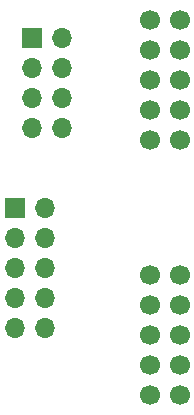
<source format=gbr>
G04 #@! TF.GenerationSoftware,KiCad,Pcbnew,(6.0.0)*
G04 #@! TF.CreationDate,2022-04-24T11:32:36-04:00*
G04 #@! TF.ProjectId,SKR-Mini_Screen,534b522d-4d69-46e6-995f-53637265656e,rev?*
G04 #@! TF.SameCoordinates,Original*
G04 #@! TF.FileFunction,Soldermask,Bot*
G04 #@! TF.FilePolarity,Negative*
%FSLAX46Y46*%
G04 Gerber Fmt 4.6, Leading zero omitted, Abs format (unit mm)*
G04 Created by KiCad (PCBNEW (6.0.0)) date 2022-04-24 11:32:36*
%MOMM*%
%LPD*%
G01*
G04 APERTURE LIST*
%ADD10C,1.700000*%
%ADD11R,1.700000X1.700000*%
%ADD12O,1.700000X1.700000*%
G04 APERTURE END LIST*
D10*
X137160000Y-112395000D03*
X139700000Y-112395000D03*
X137160000Y-114935000D03*
X139700000Y-114935000D03*
X137160000Y-117475000D03*
X139700000Y-117475000D03*
X137160000Y-120015000D03*
X139700000Y-120015000D03*
X137160000Y-122555000D03*
X139700000Y-122555000D03*
X137160000Y-90805000D03*
X139700000Y-90805000D03*
X137160000Y-93345000D03*
X139700000Y-93345000D03*
X137160000Y-95885000D03*
X139700000Y-95885000D03*
X137160000Y-98425000D03*
X139700000Y-98425000D03*
X137160000Y-100965000D03*
X139700000Y-100965000D03*
D11*
X125730000Y-106680000D03*
D12*
X128270000Y-106680000D03*
X125730000Y-109220000D03*
X128270000Y-109220000D03*
X125730000Y-111760000D03*
X128270000Y-111760000D03*
X125730000Y-114300000D03*
X128270000Y-114300000D03*
X125730000Y-116840000D03*
X128270000Y-116840000D03*
D11*
X127178000Y-92292000D03*
D12*
X129718000Y-92292000D03*
X127178000Y-94832000D03*
X129718000Y-94832000D03*
X127178000Y-97372000D03*
X129718000Y-97372000D03*
X127178000Y-99912000D03*
X129718000Y-99912000D03*
M02*

</source>
